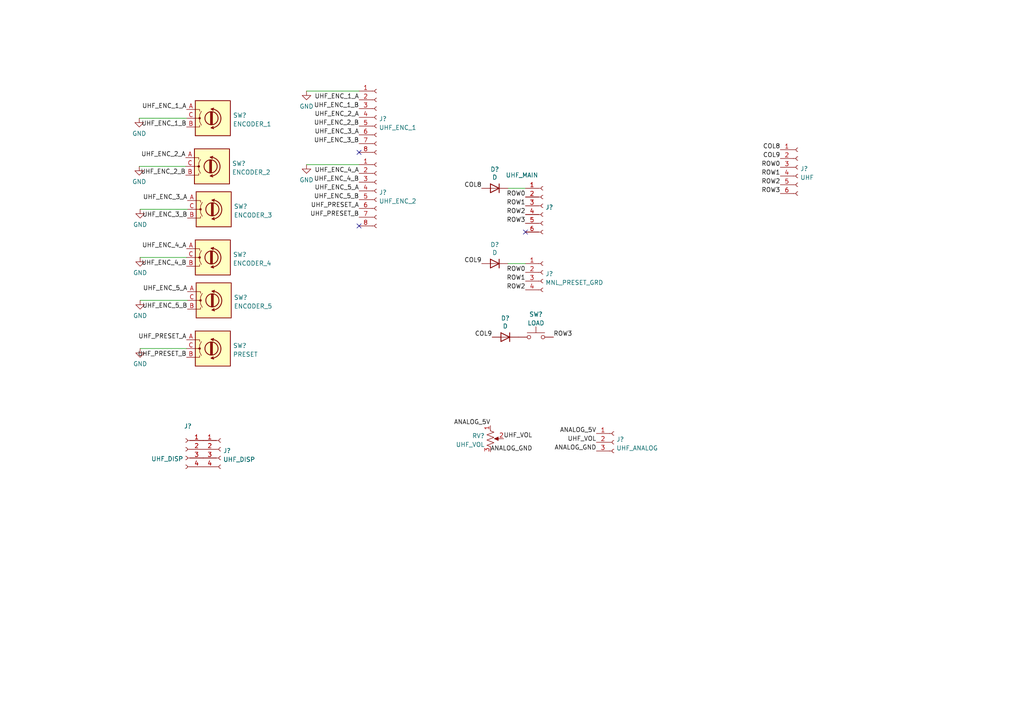
<source format=kicad_sch>
(kicad_sch (version 20211123) (generator eeschema)
  (paper "A4")
  (lib_symbols
    (symbol "Connector:Conn_01x03_Female" (pin_names (offset 1.016) hide)
      (property "Reference" "J" (at 0 5.08 0))
      (property "Value" "Conn_01x03_Female" (at 0 -5.08 0))
      (symbol "Conn_01x03_Female_1_1"
        (arc (start 0 -2.032) (mid -0.508 -2.54) (end 0 -3.048) (stroke (width 0.1524)))
        (polyline (pts (xy -1.27 -2.54) (xy -0.508 -2.54)) (stroke (width 0.1524)))
        (polyline (pts (xy -1.27 0) (xy -0.508 0)) (stroke (width 0.1524)))
        (polyline (pts (xy -1.27 2.54) (xy -0.508 2.54)) (stroke (width 0.1524)))
        (arc (start 0 0.508) (mid -0.508 0) (end 0 -0.508) (stroke (width 0.1524)))
        (arc (start 0 3.048) (mid -0.508 2.54) (end 0 2.032) (stroke (width 0.1524)))
        (pin passive line (at -5.08 2.54 0) (length 3.81) (name "Pin_1") (number "1"))
        (pin passive line (at -5.08 0 0) (length 3.81) (name "Pin_2") (number "2"))
        (pin passive line (at -5.08 -2.54 0) (length 3.81) (name "Pin_3") (number "3"))
      )
    )
    (symbol "Connector:Conn_01x04_Female" (pin_names (offset 1.016) hide)
      (property "Reference" "J" (at 0 5.08 0))
      (property "Value" "Conn_01x04_Female" (at 0 -7.62 0))
      (symbol "Conn_01x04_Female_1_1"
        (arc (start 0 -4.572) (mid -0.508 -5.08) (end 0 -5.588) (stroke (width 0.1524)))
        (arc (start 0 -2.032) (mid -0.508 -2.54) (end 0 -3.048) (stroke (width 0.1524)))
        (polyline (pts (xy -1.27 -5.08) (xy -0.508 -5.08)) (stroke (width 0.1524)))
        (polyline (pts (xy -1.27 -2.54) (xy -0.508 -2.54)) (stroke (width 0.1524)))
        (polyline (pts (xy -1.27 0) (xy -0.508 0)) (stroke (width 0.1524)))
        (polyline (pts (xy -1.27 2.54) (xy -0.508 2.54)) (stroke (width 0.1524)))
        (arc (start 0 0.508) (mid -0.508 0) (end 0 -0.508) (stroke (width 0.1524)))
        (arc (start 0 3.048) (mid -0.508 2.54) (end 0 2.032) (stroke (width 0.1524)))
        (pin passive line (at -5.08 2.54 0) (length 3.81) (name "Pin_1") (number "1"))
        (pin passive line (at -5.08 0 0) (length 3.81) (name "Pin_2") (number "2"))
        (pin passive line (at -5.08 -2.54 0) (length 3.81) (name "Pin_3") (number "3"))
        (pin passive line (at -5.08 -5.08 0) (length 3.81) (name "Pin_4") (number "4"))
      )
    )
    (symbol "Connector:Conn_01x06_Female" (pin_names (offset 1.016) hide)
      (property "Reference" "J" (at 0 7.62 0))
      (property "Value" "Conn_01x06_Female" (at 0 -10.16 0))
      (symbol "Conn_01x06_Female_1_1"
        (arc (start 0 -7.112) (mid -0.508 -7.62) (end 0 -8.128) (stroke (width 0.1524)))
        (arc (start 0 -4.572) (mid -0.508 -5.08) (end 0 -5.588) (stroke (width 0.1524)))
        (arc (start 0 -2.032) (mid -0.508 -2.54) (end 0 -3.048) (stroke (width 0.1524)))
        (polyline (pts (xy -1.27 -7.62) (xy -0.508 -7.62)) (stroke (width 0.1524)))
        (polyline (pts (xy -1.27 -5.08) (xy -0.508 -5.08)) (stroke (width 0.1524)))
        (polyline (pts (xy -1.27 -2.54) (xy -0.508 -2.54)) (stroke (width 0.1524)))
        (polyline (pts (xy -1.27 0) (xy -0.508 0)) (stroke (width 0.1524)))
        (polyline (pts (xy -1.27 2.54) (xy -0.508 2.54)) (stroke (width 0.1524)))
        (polyline (pts (xy -1.27 5.08) (xy -0.508 5.08)) (stroke (width 0.1524)))
        (arc (start 0 0.508) (mid -0.508 0) (end 0 -0.508) (stroke (width 0.1524)))
        (arc (start 0 3.048) (mid -0.508 2.54) (end 0 2.032) (stroke (width 0.1524)))
        (arc (start 0 5.588) (mid -0.508 5.08) (end 0 4.572) (stroke (width 0.1524)))
        (pin passive line (at -5.08 5.08 0) (length 3.81) (name "Pin_1") (number "1"))
        (pin passive line (at -5.08 2.54 0) (length 3.81) (name "Pin_2") (number "2"))
        (pin passive line (at -5.08 0 0) (length 3.81) (name "Pin_3") (number "3"))
        (pin passive line (at -5.08 -2.54 0) (length 3.81) (name "Pin_4") (number "4"))
        (pin passive line (at -5.08 -5.08 0) (length 3.81) (name "Pin_5") (number "5"))
        (pin passive line (at -5.08 -7.62 0) (length 3.81) (name "Pin_6") (number "6"))
      )
    )
    (symbol "Connector:Conn_01x08_Female" (pin_names (offset 1.016) hide)
      (property "Reference" "J" (at 0 10.16 0))
      (property "Value" "Conn_01x08_Female" (at 0 -12.7 0))
      (symbol "Conn_01x08_Female_1_1"
        (arc (start 0 -9.652) (mid -0.508 -10.16) (end 0 -10.668) (stroke (width 0.1524)))
        (arc (start 0 -7.112) (mid -0.508 -7.62) (end 0 -8.128) (stroke (width 0.1524)))
        (arc (start 0 -4.572) (mid -0.508 -5.08) (end 0 -5.588) (stroke (width 0.1524)))
        (arc (start 0 -2.032) (mid -0.508 -2.54) (end 0 -3.048) (stroke (width 0.1524)))
        (polyline (pts (xy -1.27 -10.16) (xy -0.508 -10.16)) (stroke (width 0.1524)))
        (polyline (pts (xy -1.27 -7.62) (xy -0.508 -7.62)) (stroke (width 0.1524)))
        (polyline (pts (xy -1.27 -5.08) (xy -0.508 -5.08)) (stroke (width 0.1524)))
        (polyline (pts (xy -1.27 -2.54) (xy -0.508 -2.54)) (stroke (width 0.1524)))
        (polyline (pts (xy -1.27 0) (xy -0.508 0)) (stroke (width 0.1524)))
        (polyline (pts (xy -1.27 2.54) (xy -0.508 2.54)) (stroke (width 0.1524)))
        (polyline (pts (xy -1.27 5.08) (xy -0.508 5.08)) (stroke (width 0.1524)))
        (polyline (pts (xy -1.27 7.62) (xy -0.508 7.62)) (stroke (width 0.1524)))
        (arc (start 0 0.508) (mid -0.508 0) (end 0 -0.508) (stroke (width 0.1524)))
        (arc (start 0 3.048) (mid -0.508 2.54) (end 0 2.032) (stroke (width 0.1524)))
        (arc (start 0 5.588) (mid -0.508 5.08) (end 0 4.572) (stroke (width 0.1524)))
        (arc (start 0 8.128) (mid -0.508 7.62) (end 0 7.112) (stroke (width 0.1524)))
        (pin passive line (at -5.08 7.62 0) (length 3.81) (name "Pin_1") (number "1"))
        (pin passive line (at -5.08 5.08 0) (length 3.81) (name "Pin_2") (number "2"))
        (pin passive line (at -5.08 2.54 0) (length 3.81) (name "Pin_3") (number "3"))
        (pin passive line (at -5.08 0 0) (length 3.81) (name "Pin_4") (number "4"))
        (pin passive line (at -5.08 -2.54 0) (length 3.81) (name "Pin_5") (number "5"))
        (pin passive line (at -5.08 -5.08 0) (length 3.81) (name "Pin_6") (number "6"))
        (pin passive line (at -5.08 -7.62 0) (length 3.81) (name "Pin_7") (number "7"))
        (pin passive line (at -5.08 -10.16 0) (length 3.81) (name "Pin_8") (number "8"))
      )
    )
    (symbol "Device:D" (pin_numbers hide) (pin_names (offset 1.016) hide)
      (property "Reference" "D" (at 0 2.54 0))
      (property "Value" "D" (at 0 -2.54 0))
      (symbol "D_0_1"
        (polyline (pts (xy -1.27 1.27) (xy -1.27 -1.27)) (stroke (width 0.254)))
        (polyline (pts (xy 1.27 0) (xy -1.27 0)))
        (polyline (pts (xy 1.27 1.27) (xy 1.27 -1.27) (xy -1.27 0) (xy 1.27 1.27)) (stroke (width 0.254)))
      )
      (symbol "D_1_1"
        (pin passive line (at -3.81 0 0) (length 2.54) (name "K") (number "1"))
        (pin passive line (at 3.81 0 180) (length 2.54) (name "A") (number "2"))
      )
    )
    (symbol "Device:R_Potentiometer_US" (pin_names (offset 1.016) hide)
      (property "Reference" "RV" (at -4.445 0 90))
      (property "Value" "R_Potentiometer_US" (at -2.54 0 90))
      (symbol "R_Potentiometer_US_0_1"
        (polyline (pts (xy 0 -2.286) (xy 0 -2.54)))
        (polyline (pts (xy 0 2.54) (xy 0 2.286)))
        (polyline (pts (xy 2.54 0) (xy 1.524 0)))
        (polyline (pts (xy 1.143 0) (xy 2.286 0.508) (xy 2.286 -0.508) (xy 1.143 0)) (fill (type outline)))
        (polyline (pts (xy 0 -0.762) (xy 1.016 -1.143) (xy 0 -1.524) (xy -1.016 -1.905) (xy 0 -2.286)))
        (polyline (pts (xy 0 0.762) (xy 1.016 0.381) (xy 0 0) (xy -1.016 -0.381) (xy 0 -0.762)))
        (polyline (pts (xy 0 2.286) (xy 1.016 1.905) (xy 0 1.524) (xy -1.016 1.143) (xy 0 0.762)))
      )
      (symbol "R_Potentiometer_US_1_1"
        (pin passive line (at 0 3.81 270) (length 1.27) (name "1") (number "1"))
        (pin passive line (at 3.81 0 180) (length 1.27) (name "2") (number "2"))
        (pin passive line (at 0 -3.81 90) (length 1.27) (name "3") (number "3"))
      )
    )
    (symbol "Device:RotaryEncoder" (pin_names (offset 0.254) hide)
      (property "Reference" "SW" (at 0 6.604 0))
      (property "Value" "RotaryEncoder" (at 0 -6.604 0))
      (symbol "RotaryEncoder_0_1"
        (rectangle (start -5.08 5.08) (end 5.08 -5.08) (stroke (width 0.254)) (fill (type background)))
        (circle (center -3.81 0) (radius 0.254) (fill (type outline)))
        (arc (start -0.381 -2.794) (mid 2.3622 -0.0508) (end -0.381 2.667) (stroke (width 0.254)))
        (circle (center -0.381 0) (radius 1.905) (stroke (width 0.254)))
        (polyline (pts (xy -0.635 -1.778) (xy -0.635 1.778)) (stroke (width 0.254)))
        (polyline (pts (xy -0.381 -1.778) (xy -0.381 1.778)) (stroke (width 0.254)))
        (polyline (pts (xy -0.127 1.778) (xy -0.127 -1.778)) (stroke (width 0.254)))
        (polyline (pts (xy -5.08 -2.54) (xy -3.81 -2.54) (xy -3.81 -2.032)))
        (polyline (pts (xy -5.08 2.54) (xy -3.81 2.54) (xy -3.81 2.032)))
        (polyline (pts (xy 0.254 -3.048) (xy -0.508 -2.794) (xy 0.127 -2.413)) (stroke (width 0.254)))
        (polyline (pts (xy 0.254 2.921) (xy -0.508 2.667) (xy 0.127 2.286)) (stroke (width 0.254)))
        (polyline (pts (xy -5.08 0) (xy -3.81 0) (xy -3.81 -1.016) (xy -3.302 -2.032)))
        (polyline (pts (xy -4.318 0) (xy -3.81 0) (xy -3.81 1.016) (xy -3.302 2.032)))
      )
      (symbol "RotaryEncoder_1_1"
        (pin passive line (at -7.62 2.54 0) (length 2.54) (name "A") (number "A"))
        (pin passive line (at -7.62 -2.54 0) (length 2.54) (name "B") (number "B"))
        (pin passive line (at -7.62 0 0) (length 2.54) (name "C") (number "C"))
      )
    )
    (symbol "Switch:SW_Push" (pin_numbers hide) (pin_names (offset 1.016) hide)
      (property "Reference" "SW" (at 1.27 2.54 0))
      (property "Value" "SW_Push" (at 0 -1.524 0))
      (symbol "SW_Push_0_1"
        (circle (center -2.032 0) (radius 0.508))
        (polyline (pts (xy 0 1.27) (xy 0 3.048)))
        (polyline (pts (xy 2.54 1.27) (xy -2.54 1.27)))
        (circle (center 2.032 0) (radius 0.508))
        (pin passive line (at -5.08 0 0) (length 2.54) (name "1") (number "1"))
        (pin passive line (at 5.08 0 180) (length 2.54) (name "2") (number "2"))
      )
    )
    (symbol "power:GND" (power) (pin_names (offset 0))
      (property "Value" "GND" (at 0 -3.81 0))
      (symbol "GND_0_1"
        (polyline (pts (xy 0 0) (xy 0 -1.27) (xy 1.27 -1.27) (xy 0 -2.54) (xy -1.27 -1.27) (xy 0 -1.27)))
      )
      (symbol "GND_1_1"
        (pin power_in line (at 0 0 270) (length 0) hide (name "GND") (number "1"))
      )
    )
  )
  (no_connect (at 152.4 67.31))
  (no_connect (at 104.14 44.196))
  (no_connect (at 104.14 65.532))
  (wire (pts (xy 88.9 26.416) (xy 104.14 26.416)))
  (wire (pts (xy 40.386 34.29) (xy 54.102 34.29)))
  (wire (pts (xy 147.32 76.454) (xy 152.4 76.454)))
  (wire (pts (xy 40.64 60.706) (xy 54.356 60.706)))
  (wire (pts (xy 40.64 74.676) (xy 54.102 74.676)))
  (wire (pts (xy 147.32 54.61) (xy 152.4 54.61)))
  (wire (pts (xy 88.9 47.752) (xy 104.14 47.752)))
  (wire (pts (xy 40.64 101.092) (xy 54.102 101.092)))
  (wire (pts (xy 40.64 87.122) (xy 54.356 87.122)))
  (wire (pts (xy 40.386 48.26) (xy 53.848 48.26)))
  (label "UHF_ENC_5_A" (at 104.14 55.372 180))
  (label "ROW3" (at 152.4 64.77 180))
  (label "UHF_ENC_3_A" (at 54.356 58.166 180))
  (label "UHF_PRESET_B" (at 54.102 103.632 180))
  (label "UHF_ENC_5_B" (at 104.14 57.912 180))
  (label "ROW1" (at 226.314 51.054 180))
  (label "ROW3" (at 160.528 97.79 0))
  (label "ROW2" (at 152.4 84.074 180))
  (label "ANALOG_5V" (at 172.974 125.73 180))
  (label "ANALOG_GND" (at 172.974 130.81 180))
  (label "COL9" (at 226.314 45.974 180))
  (label "UHF_PRESET_B" (at 104.14 62.992 180))
  (label "UHF_ENC_3_B" (at 54.356 63.246 180))
  (label "UHF_ENC_1_B" (at 104.14 31.496 180))
  (label "UHF_PRESET_A" (at 54.102 98.552 180))
  (label "ROW0" (at 152.4 78.994 180))
  (label "ANALOG_5V" (at 142.24 123.444 180))
  (label "UHF_ENC_4_A" (at 54.102 72.136 180))
  (label "ROW2" (at 152.4 62.23 180))
  (label "UHF_ENC_2_B" (at 104.14 36.576 180))
  (label "UHF_ENC_3_A" (at 104.14 39.116 180))
  (label "UHF_VOL" (at 172.974 128.27 180))
  (label "ROW0" (at 152.4 57.15 180))
  (label "ROW3" (at 226.314 56.134 180))
  (label "COL9" (at 139.7 76.454 180))
  (label "UHF_ENC_4_B" (at 54.102 77.216 180))
  (label "UHF_ENC_4_A" (at 104.14 50.292 180))
  (label "UHF_ENC_2_B" (at 53.848 50.8 180))
  (label "ROW1" (at 152.4 81.534 180))
  (label "UHF_ENC_1_A" (at 104.14 28.956 180))
  (label "UHF_ENC_4_B" (at 104.14 52.832 180))
  (label "COL9" (at 142.748 97.79 180))
  (label "UHF_ENC_2_A" (at 53.848 45.72 180))
  (label "UHF_ENC_5_A" (at 54.356 84.582 180))
  (label "ROW2" (at 226.314 53.594 180))
  (label "UHF_VOL" (at 146.05 127.254 0))
  (label "UHF_PRESET_A" (at 104.14 60.452 180))
  (label "COL8" (at 226.314 43.434 180))
  (label "UHF_ENC_2_A" (at 104.14 34.036 180))
  (label "UHF_ENC_3_B" (at 104.14 41.656 180))
  (label "UHF_ENC_1_B" (at 54.102 36.83 180))
  (label "ROW0" (at 226.314 48.514 180))
  (label "UHF_ENC_1_A" (at 54.102 31.75 180))
  (label "COL8" (at 139.7 54.61 180))
  (label "UHF_ENC_5_B" (at 54.356 89.662 180))
  (label "ROW1" (at 152.4 59.69 180))
  (label "ANALOG_GND" (at 142.24 131.064 0))
  (symbol (lib_id "Connector:Conn_01x04_Female") (at 157.48 78.994 0) (unit 1)
    (property "Reference" "J?" (at 158.1912 79.4293 0) (effects (justify left)))
    (property "Value" "MNL_PRESET_GRD" (at 158.1912 81.9662 0) (effects (justify left)))
  )
  (symbol (lib_id "power:GND") (at 40.386 34.29 0) (unit 1)
    (property "Reference" "#PWR?" (effects hide))
    (property "Value" "GND" (at 40.386 38.7334 0))
  )
  (symbol (lib_id "power:GND") (at 40.64 74.676 0) (unit 1)
    (property "Reference" "#PWR?" (effects hide))
    (property "Value" "GND" (at 40.64 79.1194 0))
  )
  (symbol (lib_id "Connector:Conn_01x03_Female") (at 178.054 128.27 0) (unit 1)
    (property "Reference" "J?" (at 178.7652 127.4353 0) (effects (justify left)))
    (property "Value" "UHF_ANALOG" (at 178.7652 129.9722 0) (effects (justify left)))
  )
  (symbol (lib_id "Device:D") (at 143.51 76.454 0) (mirror y) (unit 1)
    (property "Reference" "D?" (at 143.51 70.9676 0))
    (property "Value" "D" (at 143.51 73.279 0))
    (property "Footprint" "Diode_THT:D_A-405_P7.62mm_Horizontal" (effects hide))
  )
  (symbol (lib_id "Device:RotaryEncoder") (at 61.976 87.122 0) (unit 1)
    (property "Reference" "SW?" (at 67.818 86.2873 0) (effects (justify left)))
    (property "Value" "ENCODER_5" (at 67.818 88.8242 0) (effects (justify left)))
    (property "Footprint" "Connector_Molex:Molex_KK-254_AE-6410-03A_1x03_P2.54mm_Vertical" (effects hide))
  )
  (symbol (lib_id "Device:RotaryEncoder") (at 61.722 34.29 0) (unit 1)
    (property "Reference" "SW?" (at 67.564 33.4553 0) (effects (justify left)))
    (property "Value" "ENCODER_1" (at 67.564 35.9922 0) (effects (justify left)))
    (property "Footprint" "Connector_Molex:Molex_KK-254_AE-6410-03A_1x03_P2.54mm_Vertical" (effects hide))
  )
  (symbol (lib_id "power:GND") (at 40.386 48.26 0) (unit 1)
    (property "Reference" "#PWR?" (effects hide))
    (property "Value" "GND" (at 40.386 52.7034 0))
  )
  (symbol (lib_id "Device:RotaryEncoder") (at 61.468 48.26 0) (unit 1)
    (property "Reference" "SW?" (at 67.31 47.4253 0) (effects (justify left)))
    (property "Value" "ENCODER_2" (at 67.31 49.9622 0) (effects (justify left)))
    (property "Footprint" "Connector_Molex:Molex_KK-254_AE-6410-03A_1x03_P2.54mm_Vertical" (effects hide))
  )
  (symbol (lib_id "Device:D") (at 143.51 54.61 0) (mirror y) (unit 1)
    (property "Reference" "D?" (at 143.51 49.1236 0))
    (property "Value" "D" (at 143.51 51.435 0))
    (property "Footprint" "Diode_THT:D_A-405_P7.62mm_Horizontal" (effects hide))
  )
  (symbol (lib_id "Connector:Conn_01x08_Female") (at 109.22 55.372 0) (unit 1)
    (property "Reference" "J?" (at 109.9312 55.8073 0) (effects (justify left)))
    (property "Value" "UHF_ENC_2" (at 109.9312 58.3442 0) (effects (justify left)))
  )
  (symbol (lib_id "power:GND") (at 40.64 87.122 0) (unit 1)
    (property "Reference" "#PWR?" (effects hide))
    (property "Value" "GND" (at 40.64 91.5654 0))
  )
  (symbol (lib_id "power:GND") (at 40.64 101.092 0) (unit 1)
    (property "Reference" "#PWR?" (effects hide))
    (property "Value" "GND" (at 40.64 105.5354 0))
  )
  (symbol (lib_id "Switch:SW_Push") (at 155.448 97.79 0) (unit 1)
    (property "Reference" "SW?" (at 155.448 91.1692 0))
    (property "Value" "LOAD" (at 155.448 93.7061 0))
    (property "Footprint" "Connector_Molex:Molex_KK-254_AE-6410-02A_1x02_P2.54mm_Vertical" (effects hide))
  )
  (symbol (lib_id "Connector:Conn_01x06_Female") (at 231.394 48.514 0) (unit 1)
    (property "Reference" "J?" (at 232.1052 48.9493 0) (effects (justify left)))
    (property "Value" "UHF" (at 232.1052 51.4862 0) (effects (justify left)))
  )
  (symbol (lib_id "Device:R_Potentiometer_US") (at 142.24 127.254 0) (unit 1)
    (property "Reference" "RV?" (at 140.5891 126.4193 0) (effects (justify right)))
    (property "Value" "UHF_VOL" (at 140.5891 128.9562 0) (effects (justify right)))
  )
  (symbol (lib_id "Connector:Conn_01x04_Female") (at 53.848 130.302 0) (mirror y) (unit 1)
    (property "Reference" "J?" (at 54.483 123.605 0))
    (property "Value" "UHF_DISP" (at 48.514 133.096 0))
  )
  (symbol (lib_id "Device:RotaryEncoder") (at 61.722 74.676 0) (unit 1)
    (property "Reference" "SW?" (at 67.564 73.8413 0) (effects (justify left)))
    (property "Value" "ENCODER_4" (at 67.564 76.3782 0) (effects (justify left)))
    (property "Footprint" "Connector_Molex:Molex_KK-254_AE-6410-03A_1x03_P2.54mm_Vertical" (effects hide))
  )
  (symbol (lib_id "Device:D") (at 146.558 97.79 0) (mirror y) (unit 1)
    (property "Reference" "D?" (at 146.558 92.3036 0))
    (property "Value" "D" (at 146.558 94.615 0))
    (property "Footprint" "Diode_THT:D_A-405_P7.62mm_Horizontal" (effects hide))
  )
  (symbol (lib_id "Connector:Conn_01x08_Female") (at 109.22 34.036 0) (unit 1)
    (property "Reference" "J?" (at 109.9312 34.4713 0) (effects (justify left)))
    (property "Value" "UHF_ENC_1" (at 109.9312 37.0082 0) (effects (justify left)))
  )
  (symbol (lib_id "power:GND") (at 40.64 60.706 0) (unit 1)
    (property "Reference" "#PWR?" (effects hide))
    (property "Value" "GND" (at 40.64 65.1494 0))
  )
  (symbol (lib_id "Connector:Conn_01x06_Female") (at 157.48 59.69 0) (unit 1)
    (property "Reference" "J?" (at 158.1912 60.1253 0) (effects (justify left)))
    (property "Value" "UHF_MAIN" (at 146.685 50.8 0) (effects (justify left)))
    (property "Footprint" "Connector_Molex:Molex_KK-254_AE-6410-06A_1x06_P2.54mm_Vertical" (effects hide))
  )
  (symbol (lib_id "Device:RotaryEncoder") (at 61.976 60.706 0) (unit 1)
    (property "Reference" "SW?" (at 67.818 59.8713 0) (effects (justify left)))
    (property "Value" "ENCODER_3" (at 67.818 62.4082 0) (effects (justify left)))
    (property "Footprint" "Connector_Molex:Molex_KK-254_AE-6410-03A_1x03_P2.54mm_Vertical" (effects hide))
  )
  (symbol (lib_id "power:GND") (at 88.9 47.752 0) (unit 1)
    (property "Reference" "#PWR?" (effects hide))
    (property "Value" "GND" (at 88.9 52.1954 0))
  )
  (symbol (lib_id "Device:RotaryEncoder") (at 61.722 101.092 0) (unit 1)
    (property "Reference" "SW?" (at 67.564 100.2573 0) (effects (justify left)))
    (property "Value" "PRESET" (at 67.564 102.7942 0) (effects (justify left)))
    (property "Footprint" "Connector_Molex:Molex_KK-254_AE-6410-03A_1x03_P2.54mm_Vertical" (effects hide))
  )
  (symbol (lib_id "power:GND") (at 88.9 26.416 0) (unit 1)
    (property "Reference" "#PWR?" (effects hide))
    (property "Value" "GND" (at 88.9 30.8594 0))
  )
  (symbol (lib_id "Connector:Conn_01x04_Female") (at 64.008 130.302 0) (unit 1)
    (property "Reference" "J?" (at 64.7192 130.7373 0) (effects (justify left)))
    (property "Value" "UHF_DISP" (at 64.7192 133.2742 0) (effects (justify left)))
  )
)
</source>
